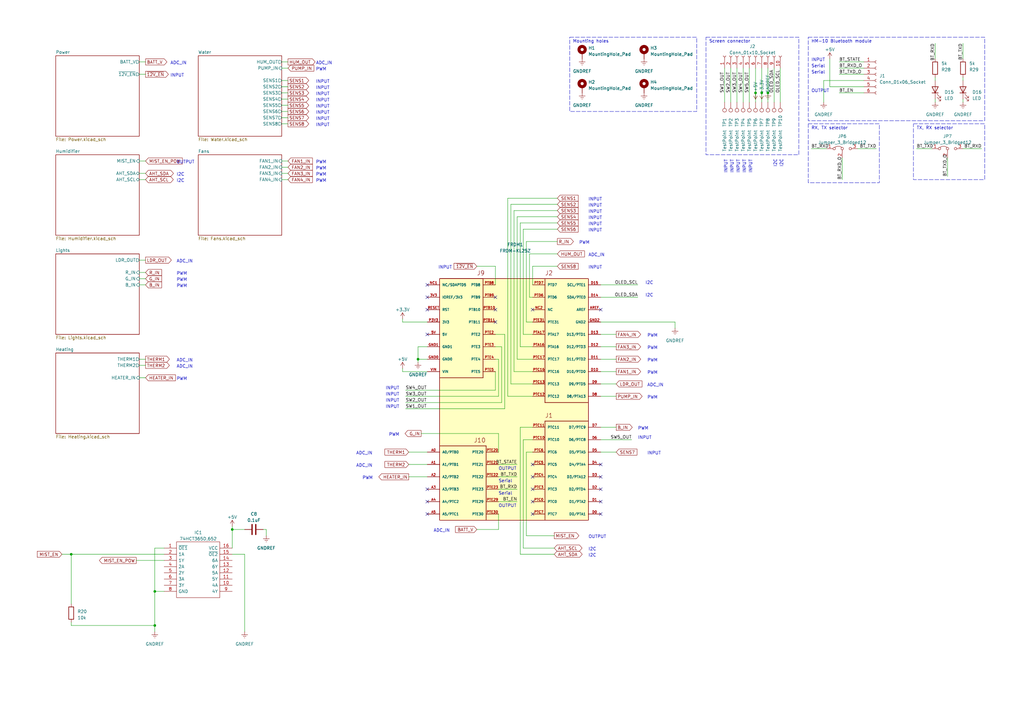
<source format=kicad_sch>
(kicad_sch (version 20230121) (generator eeschema)
  (paper "A3")
  (title_block (title "Greenhouse project FRDM-KL35Z hat") (date "2023-02-18") (rev "v1.0") (company "OnlyPlants") (comment 1 "Author: Emiel Visser"))
  (lib_symbols
    (symbol "+5V_1" (power) (pin_names (offset 0))
      (property "Value" "+5V_1" (at 0 3.556 0))
      (symbol "+5V_1_1_1"
        (pin power_in line (at 0 0 90) (length 0) hide (name "+5V") (number "1"))
      )
    )
    (symbol "Connector:Conn_01x06_Socket" (pin_names (offset 1.016) hide)
      (property "Reference" "J" (at 0 7.62 0))
      (property "Value" "Conn_01x06_Socket" (at 0 -10.16 0))
      (symbol "Conn_01x06_Socket_1_1"
        (pin passive line (at -5.08 5.08 0) (length 3.81) (name "Pin_1") (number "1"))
        (pin passive line (at -5.08 2.54 0) (length 3.81) (name "Pin_2") (number "2"))
        (pin passive line (at -5.08 0 0) (length 3.81) (name "Pin_3") (number "3"))
        (pin passive line (at -5.08 -2.54 0) (length 3.81) (name "Pin_4") (number "4"))
        (pin passive line (at -5.08 -5.08 0) (length 3.81) (name "Pin_5") (number "5"))
        (pin passive line (at -5.08 -7.62 0) (length 3.81) (name "Pin_6") (number "6"))
      )
    )
    (symbol "Connector:Conn_01x10_Socket" (pin_names (offset 1.016) hide)
      (property "Reference" "J" (at 0 12.7 0))
      (property "Value" "Conn_01x10_Socket" (at 0 -15.24 0))
      (symbol "Conn_01x10_Socket_1_1"
        (pin passive line (at -5.08 10.16 0) (length 3.81) (name "Pin_1") (number "1"))
        (pin passive line (at -5.08 -12.7 0) (length 3.81) (name "Pin_10") (number "10"))
        (pin passive line (at -5.08 7.62 0) (length 3.81) (name "Pin_2") (number "2"))
        (pin passive line (at -5.08 5.08 0) (length 3.81) (name "Pin_3") (number "3"))
        (pin passive line (at -5.08 2.54 0) (length 3.81) (name "Pin_4") (number "4"))
        (pin passive line (at -5.08 0 0) (length 3.81) (name "Pin_5") (number "5"))
        (pin passive line (at -5.08 -2.54 0) (length 3.81) (name "Pin_6") (number "6"))
        (pin passive line (at -5.08 -5.08 0) (length 3.81) (name "Pin_7") (number "7"))
        (pin passive line (at -5.08 -7.62 0) (length 3.81) (name "Pin_8") (number "8"))
        (pin passive line (at -5.08 -10.16 0) (length 3.81) (name "Pin_9") (number "9"))
      )
    )
    (symbol "Connector:TestPoint" (pin_numbers hide) (pin_names (offset 0.762) hide)
      (property "Reference" "TP" (at 0 6.858 0))
      (property "Value" "TestPoint" (at 0 5.08 0))
      (symbol "TestPoint_1_1"
        (pin passive line (at 0 0 90) (length 2.54) (name "1") (number "1"))
      )
    )
    (symbol "Device:C" (pin_numbers hide) (pin_names (offset 0.254))
      (property "Reference" "C" (at 0.635 2.54 0))
      (property "Value" "C" (at 0.635 -2.54 0))
      (symbol "C_1_1"
        (pin passive line (at 0 3.81 270) (length 2.794) (name "~") (number "1"))
        (pin passive line (at 0 -3.81 90) (length 2.794) (name "~") (number "2"))
      )
    )
    (symbol "Device:LED" (pin_numbers hide) (pin_names (offset 1.016) hide)
      (property "Reference" "D" (at 0 2.54 0))
      (property "Value" "LED" (at 0 -2.54 0))
      (symbol "LED_1_1"
        (pin passive line (at -3.81 0 0) (length 2.54) (name "K") (number "1"))
        (pin passive line (at 3.81 0 180) (length 2.54) (name "A") (number "2"))
      )
    )
    (symbol "Device:R" (pin_numbers hide) (pin_names (offset 0))
      (property "Reference" "R" (at 2.032 0 90))
      (property "Value" "R" (at 0 0 90))
      (symbol "R_1_1"
        (pin passive line (at 0 3.81 270) (length 1.27) (name "~") (number "1"))
        (pin passive line (at 0 -3.81 90) (length 1.27) (name "~") (number "2"))
      )
    )
    (symbol "FRDM-KL25Z:FRDM-KL25Z" (pin_names (offset 1.016))
      (property "Reference" "FRDM1" (at 0.4999 54.61 0))
      (property "Value" "FRDM-KL25Z" (at 0.4999 52.07 0))
      (symbol "FRDM-KL25Z_0_0"
        (text "J1" (at 12.7 -16.51 0) (effects (font (size 1.778 1.778)) (justify left bottom)))
        (text "J10" (at -16.51 -26.67 0) (effects (font (size 1.778 1.778)) (justify left bottom)))
        (text "J2" (at 12.7 41.91 0) (effects (font (size 1.778 1.778)) (justify left bottom)))
        (text "J9" (at -15.24 41.91 0) (effects (font (size 1.778 1.778)) (justify left bottom)))
        (pin bidirectional line (at -35.56 33.02 0) (length 5.08) (name "IOREF/3V3") (number "3V3"))
        (pin bidirectional line (at -35.56 17.78 0) (length 5.08) (name "5V") (number "5V"))
        (pin bidirectional line (at -35.56 -30.48 0) (length 5.08) (name "A0/PTB0") (number "A0"))
        (pin bidirectional line (at -35.56 -35.56 0) (length 5.08) (name "A1/PTB1") (number "A1"))
        (pin bidirectional line (at -35.56 -40.64 0) (length 5.08) (name "A2/PTB2") (number "A2"))
        (pin bidirectional line (at -35.56 -45.72 0) (length 5.08) (name "A3/PTB3") (number "A3"))
        (pin bidirectional line (at -35.56 -50.8 0) (length 5.08) (name "A4/PTC2") (number "A4"))
        (pin bidirectional line (at -35.56 -55.88 0) (length 5.08) (name "A5/PTC1") (number "A5"))
        (pin bidirectional line (at 35.56 27.94 180) (length 5.08) (name "AREF") (number "AREF"))
        (pin bidirectional line (at 35.56 -55.88 180) (length 5.08) (name "D0/PTA1") (number "D0"))
        (pin bidirectional line (at 35.56 -50.8 180) (length 5.08) (name "D1/PTA2") (number "D1"))
        (pin bidirectional line (at 35.56 2.54 180) (length 5.08) (name "D10/PTD0") (number "D10"))
        (pin bidirectional line (at 35.56 7.62 180) (length 5.08) (name "D11/PTD2") (number "D11"))
        (pin bidirectional line (at 35.56 12.7 180) (length 5.08) (name "D12/PTD3") (number "D12"))
        (pin bidirectional line (at 35.56 17.78 180) (length 5.08) (name "D13/PTD1") (number "D13"))
        (pin bidirectional line (at 35.56 33.02 180) (length 5.08) (name "SDA/PTE0") (number "D14"))
        (pin bidirectional line (at 35.56 38.1 180) (length 5.08) (name "SCL/PTE1") (number "D15"))
        (pin bidirectional line (at 35.56 -45.72 180) (length 5.08) (name "D2/PTD4") (number "D2"))
        (pin bidirectional line (at 35.56 -40.64 180) (length 5.08) (name "D3/PTA12") (number "D3"))
        (pin bidirectional line (at 35.56 -35.56 180) (length 5.08) (name "D4/PTA4") (number "D4"))
        (pin bidirectional line (at 35.56 -30.48 180) (length 5.08) (name "D5/PTA5") (number "D5"))
        (pin bidirectional line (at 35.56 -25.4 180) (length 5.08) (name "D6/PTC8") (number "D6"))
        (pin bidirectional line (at 35.56 -20.32 180) (length 5.08) (name "D7/PTC9") (number "D7"))
        (pin bidirectional line (at 35.56 -7.62 180) (length 5.08) (name "D8/PTA13") (number "D8"))
        (pin bidirectional line (at 35.56 -2.54 180) (length 5.08) (name "D9/PTD5") (number "D9"))
        (pin bidirectional line (at -35.56 7.62 0) (length 5.08) (name "GND0") (number "GND0"))
        (pin bidirectional line (at -35.56 12.7 0) (length 5.08) (name "GND1") (number "GND1"))
        (pin bidirectional line (at 35.56 22.86 180) (length 5.08) (name "GND2") (number "GND2"))
        (pin bidirectional line (at -35.56 38.1 0) (length 5.08) (name "NC/SDAPTD5") (number "NC1"))
        (pin bidirectional line (at 7.62 27.94 0) (length 5.08) (name "NC") (number "NC2"))
        (pin bidirectional line (at -35.56 22.86 0) (length 5.08) (name "3V3") (number "P3V3"))
        (pin bidirectional line (at 7.62 12.7 0) (length 5.08) (name "PTA16") (number "PTA16"))
        (pin bidirectional line (at 7.62 17.78 0) (length 5.08) (name "PTA17") (number "PTA17"))
        (pin bidirectional line (at -7.62 27.94 180) (length 5.08) (name "PTB10") (number "PTB10"))
        (pin bidirectional line (at -7.62 22.86 180) (length 5.08) (name "PTB11") (number "PTB11"))
        (pin bidirectional line (at -7.62 38.1 180) (length 5.08) (name "PTB8") (number "PTB8"))
        (pin bidirectional line (at -7.62 33.02 180) (length 5.08) (name "PTB9") (number "PTB9"))
        (pin bidirectional line (at 7.62 -50.8 0) (length 5.08) (name "PTC0") (number "PTC0"))
        (pin bidirectional line (at 7.62 -25.4 0) (length 5.08) (name "PTC10") (number "PTC10"))
        (pin bidirectional line (at 7.62 -20.32 0) (length 5.08) (name "PTC11") (number "PTC11"))
        (pin bidirectional line (at 7.62 -7.62 0) (length 5.08) (name "PTC12") (number "PTC12"))
        (pin bidirectional line (at 7.62 -2.54 0) (length 5.08) (name "PTC13") (number "PTC13"))
        (pin bidirectional line (at 7.62 2.54 0) (length 5.08) (name "PTC16") (number "PTC16"))
        (pin bidirectional line (at 7.62 7.62 0) (length 5.08) (name "PTC17") (number "PTC17"))
        (pin bidirectional line (at 7.62 -45.72 0) (length 5.08) (name "PTC3") (number "PTC3"))
        (pin bidirectional line (at 7.62 -40.64 0) (length 5.08) (name "PTC4") (number "PTC4"))
        (pin bidirectional line (at 7.62 -35.56 0) (length 5.08) (name "PTC5") (number "PTC5"))
        (pin bidirectional line (at 7.62 -30.48 0) (length 5.08) (name "PTC6") (number "PTC6"))
        (pin bidirectional line (at 7.62 -55.88 0) (length 5.08) (name "PTC7") (number "PTC7"))
        (pin bidirectional line (at 7.62 33.02 0) (length 5.08) (name "PTD6") (number "PTD6"))
        (pin bidirectional line (at 7.62 38.1 0) (length 5.08) (name "PTD7") (number "PTD7"))
        (pin bidirectional line (at -7.62 17.78 180) (length 5.08) (name "PTE2") (number "PTE2"))
        (pin bidirectional line (at -6.35 -30.48 180) (length 5.08) (name "PTE20") (number "PTE20"))
        (pin bidirectional line (at -6.35 -35.56 180) (length 5.08) (name "PTE21") (number "PTE21"))
        (pin bidirectional line (at -6.35 -40.64 180) (length 5.08) (name "PTE22") (number "PTE22"))
        (pin bidirectional line (at -6.35 -45.72 180) (length 5.08) (name "PTE23") (number "PTE23"))
        (pin bidirectional line (at -6.35 -50.8 180) (length 5.08) (name "PTE29") (number "PTE29"))
        (pin bidirectional line (at -7.62 12.7 180) (length 5.08) (name "PTE3") (number "PTE3"))
        (pin bidirectional line (at -6.35 -55.88 180) (length 5.08) (name "PTE30") (number "PTE30"))
        (pin bidirectional line (at 7.62 22.86 0) (length 5.08) (name "PTE31") (number "PTE31"))
        (pin bidirectional line (at -7.62 7.62 180) (length 5.08) (name "PTE4") (number "PTE4"))
        (pin bidirectional line (at -7.62 2.54 180) (length 5.08) (name "PTE5") (number "PTE5"))
        (pin bidirectional line (at -35.56 27.94 0) (length 5.08) (name "RST") (number "RESET"))
        (pin bidirectional line (at -35.56 2.54 0) (length 5.08) (name "VIN") (number "VIN"))
      )
    )
    (symbol "GNDREF_1" (power) (pin_names (offset 0))
      (property "Value" "GNDREF_1" (at 0 -3.81 0))
      (symbol "GNDREF_1_1_1"
        (pin power_in line (at 0 0 270) (length 0) hide (name "GNDREF") (number "1"))
      )
    )
    (symbol "GNDREF_2" (power) (pin_names (offset 0))
      (property "Value" "GNDREF_2" (at 0 -3.81 0))
      (symbol "GNDREF_2_1_1"
        (pin power_in line (at 0 0 270) (length 0) hide (name "GNDREF") (number "1"))
      )
    )
    (symbol "GNDREF_3" (power) (pin_names (offset 0))
      (property "Value" "GNDREF_3" (at 0 -3.81 0))
      (symbol "GNDREF_3_1_1"
        (pin power_in line (at 0 0 270) (length 0) hide (name "GNDREF") (number "1"))
      )
    )
    (symbol "GNDREF_4" (power) (pin_names (offset 0))
      (property "Value" "GNDREF_4" (at 0 -3.81 0))
      (symbol "GNDREF_4_1_1"
        (pin power_in line (at 0 0 270) (length 0) hide (name "GNDREF") (number "1"))
      )
    )
    (symbol "Jumper:Jumper_3_Bridged12" (pin_names (offset 0) hide)
      (property "Reference" "JP" (at -2.54 -2.54 0))
      (property "Value" "Jumper_3_Bridged12" (at 0 2.794 0))
      (symbol "Jumper_3_Bridged12_1_1"
        (pin passive line (at -6.35 0 0) (length 2.54) (name "A") (number "1"))
        (pin passive line (at 0 -3.81 90) (length 2.54) (name "C") (number "2"))
        (pin passive line (at 6.35 0 180) (length 2.54) (name "B") (number "3"))
      )
    )
    (symbol "Mechanical:MountingHole_Pad" (pin_numbers hide) (pin_names (offset 1.016) hide)
      (property "Reference" "H" (at 0 6.35 0))
      (property "Value" "MountingHole_Pad" (at 0 4.445 0))
      (symbol "MountingHole_Pad_1_1"
        (pin input line (at 0 -2.54 90) (length 2.54) (name "1") (number "1"))
      )
    )
    (symbol "SamacSys_Parts:74HCT365D,652" (pin_names (offset 0.762))
      (property "Reference" "IC" (at 24.13 7.62 0))
      (property "Value" "74HCT365D,652" (at 24.13 5.08 0))
      (symbol "74HCT365D,652_0_0"
        (pin passive line (at 0 0 0) (length 5.08) (name "~{OE1}") (number "1"))
        (pin passive line (at 27.94 -15.24 180) (length 5.08) (name "4A") (number "10"))
        (pin passive line (at 27.94 -12.7 180) (length 5.08) (name "5Y") (number "11"))
        (pin passive line (at 27.94 -10.16 180) (length 5.08) (name "5A") (number "12"))
        (pin passive line (at 27.94 -7.62 180) (length 5.08) (name "6Y") (number "13"))
        (pin passive line (at 27.94 -5.08 180) (length 5.08) (name "6A") (number "14"))
        (pin passive line (at 27.94 -2.54 180) (length 5.08) (name "~{OE2}") (number "15"))
        (pin passive line (at 27.94 0 180) (length 5.08) (name "VCC") (number "16"))
        (pin passive line (at 0 -2.54 0) (length 5.08) (name "1A") (number "2"))
        (pin passive line (at 0 -5.08 0) (length 5.08) (name "1Y") (number "3"))
        (pin passive line (at 0 -7.62 0) (length 5.08) (name "2A") (number "4"))
        (pin passive line (at 0 -10.16 0) (length 5.08) (name "2Y") (number "5"))
        (pin passive line (at 0 -12.7 0) (length 5.08) (name "3A") (number "6"))
        (pin passive line (at 0 -15.24 0) (length 5.08) (name "3Y") (number "7"))
        (pin passive line (at 0 -17.78 0) (length 5.08) (name "GND") (number "8"))
        (pin passive line (at 27.94 -17.78 180) (length 5.08) (name "4Y") (number "9"))
      )
    )
    (symbol "power:+3.3V" (power) (pin_names (offset 0))
      (property "Value" "+3.3V" (at 0 3.556 0))
      (symbol "+3.3V_1_1"
        (pin power_in line (at 0 0 90) (length 0) hide (name "+3.3V") (number "1"))
      )
    )
    (symbol "power:+5V" (power) (pin_names (offset 0))
      (property "Value" "+5V" (at 0 3.556 0))
      (symbol "+5V_1_1"
        (pin power_in line (at 0 0 90) (length 0) hide (name "+5V") (number "1"))
      )
    )
    (symbol "power:GNDREF" (power) (pin_names (offset 0))
      (property "Value" "GNDREF" (at 0 -3.81 0))
      (symbol "GNDREF_1_1"
        (pin power_in line (at 0 0 270) (length 0) hide (name "GNDREF") (number "1"))
      )
    )
  )
  (junction (at 29.21 227.33))
  (junction (at 309.88 38.1))
  (junction (at 63.5 242.57))
  (junction (at 312.42 38.1))
  (junction (at 314.96 38.1))
  (junction (at 171.45 147.32))
  (junction (at 63.5 256.54))
  (junction (at 95.25 217.17))
  (no_connect (at 218.44 190.5))
  (no_connect (at 175.26 137.16))
  (no_connect (at 218.44 210.82))
  (no_connect (at 246.38 190.5))
  (no_connect (at 218.44 205.74))
  (no_connect (at 218.44 127))
  (no_connect (at 246.38 200.66))
  (no_connect (at 218.44 200.66))
  (no_connect (at 246.38 205.74))
  (no_connect (at 218.44 195.58))
  (no_connect (at 246.38 127))
  (no_connect (at 175.26 127))
  (no_connect (at 175.26 121.92))
  (no_connect (at 246.38 195.58))
  (no_connect (at 203.2 127))
  (no_connect (at 175.26 205.74))
  (no_connect (at 203.2 132.08))
  (no_connect (at 175.26 210.82))
  (no_connect (at 175.26 200.66))
  (no_connect (at 246.38 210.82))
  (no_connect (at 203.2 121.92))
  (no_connect (at 175.26 116.84))
  (wire (pts (xy 172.72 177.8) (xy 204.47 177.8)))
  (wire (pts (xy 204.47 205.74) (xy 212.09 205.74)))
  (wire (pts (xy 57.15 149.86) (xy 59.69 149.86)))
  (wire (pts (xy 228.6 88.9) (xy 212.09 88.9)))
  (wire (pts (xy 213.36 91.44) (xy 213.36 142.24)))
  (wire (pts (xy 215.9 99.06) (xy 215.9 132.08)))
  (wire (pts (xy 212.09 190.5) (xy 204.47 190.5)))
  (wire (pts (xy 115.57 25.4) (xy 118.11 25.4)))
  (wire (pts (xy 29.21 227.33) (xy 67.31 227.33)))
  (wire (pts (xy 246.38 180.34) (xy 259.08 180.34)))
  (wire (pts (xy 375.92 60.96) (xy 382.27 60.96)))
  (wire (pts (xy 344.17 38.1) (xy 354.33 38.1)))
  (wire (pts (xy 204.47 177.8) (xy 204.47 185.42)))
  (wire (pts (xy 228.6 83.82) (xy 209.55 83.82)))
  (wire (pts (xy 166.37 162.56) (xy 204.47 162.56)))
  (wire (pts (xy 228.6 104.14) (xy 217.17 104.14)))
  (wire (pts (xy 195.58 217.17) (xy 204.47 217.17)))
  (wire (pts (xy 205.74 142.24) (xy 203.2 142.24)))
  (wire (pts (xy 171.45 147.32) (xy 171.45 142.24)))
  (wire (pts (xy 57.15 73.66) (xy 59.69 73.66)))
  (wire (pts (xy 246.38 116.84) (xy 261.62 116.84)))
  (wire (pts (xy 344.17 27.94) (xy 354.33 27.94)))
  (wire (pts (xy 302.26 27.94) (xy 302.26 41.91)))
  (wire (pts (xy 314.96 41.91) (xy 314.96 38.1)))
  (wire (pts (xy 109.22 217.17) (xy 107.95 217.17)))
  (wire (pts (xy 29.21 256.54) (xy 29.21 255.27)))
  (wire (pts (xy 388.62 64.77) (xy 388.62 72.39)))
  (wire (pts (xy 204.47 147.32) (xy 203.2 147.32)))
  (wire (pts (xy 246.38 142.24) (xy 252.73 142.24)))
  (wire (pts (xy 204.47 200.66) (xy 212.09 200.66)))
  (wire (pts (xy 95.25 217.17) (xy 100.33 217.17)))
  (wire (pts (xy 63.5 242.57) (xy 63.5 256.54)))
  (wire (pts (xy 175.26 147.32) (xy 171.45 147.32)))
  (wire (pts (xy 57.15 116.84) (xy 59.69 116.84)))
  (wire (pts (xy 203.2 160.02) (xy 203.2 152.4)))
  (wire (pts (xy 171.45 148.59) (xy 171.45 147.32)))
  (wire (pts (xy 95.25 227.33) (xy 100.33 227.33)))
  (wire (pts (xy 29.21 227.33) (xy 29.21 247.65)))
  (wire (pts (xy 115.57 43.18) (xy 118.11 43.18)))
  (wire (pts (xy 317.5 27.94) (xy 317.5 41.91)))
  (wire (pts (xy 63.5 259.08) (xy 63.5 256.54)))
  (wire (pts (xy 215.9 219.71) (xy 215.9 185.42)))
  (wire (pts (xy 95.25 215.9) (xy 95.25 217.17)))
  (wire (pts (xy 246.38 185.42) (xy 252.73 185.42)))
  (wire (pts (xy 57.15 106.68) (xy 59.69 106.68)))
  (wire (pts (xy 383.54 40.64) (xy 383.54 41.91)))
  (wire (pts (xy 309.88 38.1) (xy 309.88 41.91)))
  (wire (pts (xy 204.47 217.17) (xy 204.47 210.82)))
  (wire (pts (xy 29.21 256.54) (xy 63.5 256.54)))
  (wire (pts (xy 320.04 27.94) (xy 320.04 41.91)))
  (wire (pts (xy 383.54 17.78) (xy 383.54 24.13)))
  (wire (pts (xy 115.57 27.94) (xy 118.11 27.94)))
  (wire (pts (xy 246.38 121.92) (xy 261.62 121.92)))
  (wire (pts (xy 67.31 224.79) (xy 63.5 224.79)))
  (wire (pts (xy 227.33 224.79) (xy 214.63 224.79)))
  (wire (pts (xy 167.64 195.58) (xy 175.26 195.58)))
  (wire (pts (xy 246.38 157.48) (xy 252.73 157.48)))
  (wire (pts (xy 314.96 27.94) (xy 314.96 38.1)))
  (wire (pts (xy 276.86 132.08) (xy 246.38 132.08)))
  (wire (pts (xy 309.88 27.94) (xy 309.88 38.1)))
  (wire (pts (xy 95.25 217.17) (xy 95.25 224.79)))
  (wire (pts (xy 228.6 86.36) (xy 210.82 86.36)))
  (wire (pts (xy 165.1 130.81) (xy 165.1 132.08)))
  (wire (pts (xy 57.15 71.12) (xy 59.69 71.12)))
  (wire (pts (xy 228.6 81.28) (xy 208.28 81.28)))
  (wire (pts (xy 115.57 33.02) (xy 118.11 33.02)))
  (wire (pts (xy 227.33 227.33) (xy 213.36 227.33)))
  (wire (pts (xy 227.33 219.71) (xy 215.9 219.71)))
  (wire (pts (xy 166.37 160.02) (xy 203.2 160.02)))
  (wire (pts (xy 166.37 167.64) (xy 207.01 167.64)))
  (wire (pts (xy 394.97 17.78) (xy 394.97 24.13)))
  (wire (pts (xy 214.63 224.79) (xy 214.63 180.34)))
  (wire (pts (xy 57.15 25.4) (xy 59.69 25.4)))
  (wire (pts (xy 246.38 162.56) (xy 252.73 162.56)))
  (wire (pts (xy 204.47 162.56) (xy 204.47 147.32)))
  (wire (pts (xy 246.38 147.32) (xy 252.73 147.32)))
  (wire (pts (xy 337.82 33.02) (xy 354.33 33.02)))
  (wire (pts (xy 57.15 30.48) (xy 59.69 30.48)))
  (wire (pts (xy 165.1 151.13) (xy 165.1 152.4)))
  (wire (pts (xy 57.15 66.04) (xy 59.69 66.04)))
  (wire (pts (xy 246.38 137.16) (xy 252.73 137.16)))
  (wire (pts (xy 215.9 185.42) (xy 218.44 185.42)))
  (wire (pts (xy 25.4 227.33) (xy 29.21 227.33)))
  (wire (pts (xy 337.82 41.91) (xy 337.82 33.02)))
  (wire (pts (xy 115.57 66.04) (xy 118.11 66.04)))
  (wire (pts (xy 215.9 132.08) (xy 218.44 132.08)))
  (wire (pts (xy 109.22 219.71) (xy 109.22 217.17)))
  (wire (pts (xy 307.34 27.94) (xy 307.34 41.91)))
  (wire (pts (xy 213.36 175.26) (xy 218.44 175.26)))
  (wire (pts (xy 166.37 165.1) (xy 205.74 165.1)))
  (wire (pts (xy 246.38 175.26) (xy 252.73 175.26)))
  (wire (pts (xy 63.5 224.79) (xy 63.5 242.57)))
  (wire (pts (xy 276.86 134.62) (xy 276.86 132.08)))
  (wire (pts (xy 214.63 93.98) (xy 214.63 137.16)))
  (wire (pts (xy 115.57 45.72) (xy 118.11 45.72)))
  (wire (pts (xy 297.18 27.94) (xy 297.18 41.91)))
  (wire (pts (xy 115.57 35.56) (xy 118.11 35.56)))
  (wire (pts (xy 351.79 60.96) (xy 359.41 60.96)))
  (wire (pts (xy 203.2 109.22) (xy 203.2 116.84)))
  (wire (pts (xy 299.72 27.94) (xy 299.72 41.91)))
  (wire (pts (xy 208.28 162.56) (xy 218.44 162.56)))
  (wire (pts (xy 167.64 185.42) (xy 175.26 185.42)))
  (wire (pts (xy 214.63 180.34) (xy 218.44 180.34)))
  (wire (pts (xy 304.8 27.94) (xy 304.8 41.91)))
  (wire (pts (xy 115.57 38.1) (xy 118.11 38.1)))
  (wire (pts (xy 213.36 142.24) (xy 218.44 142.24)))
  (wire (pts (xy 383.54 31.75) (xy 383.54 33.02)))
  (wire (pts (xy 312.42 41.91) (xy 312.42 38.1)))
  (wire (pts (xy 214.63 137.16) (xy 218.44 137.16)))
  (wire (pts (xy 228.6 99.06) (xy 215.9 99.06)))
  (wire (pts (xy 312.42 27.94) (xy 312.42 38.1)))
  (wire (pts (xy 165.1 132.08) (xy 175.26 132.08)))
  (wire (pts (xy 210.82 152.4) (xy 218.44 152.4)))
  (wire (pts (xy 394.97 60.96) (xy 402.59 60.96)))
  (wire (pts (xy 394.97 40.64) (xy 394.97 41.91)))
  (wire (pts (xy 115.57 68.58) (xy 118.11 68.58)))
  (wire (pts (xy 210.82 86.36) (xy 210.82 152.4)))
  (wire (pts (xy 115.57 73.66) (xy 118.11 73.66)))
  (wire (pts (xy 63.5 242.57) (xy 67.31 242.57)))
  (wire (pts (xy 354.33 35.56) (xy 340.36 35.56)))
  (wire (pts (xy 209.55 83.82) (xy 209.55 157.48)))
  (wire (pts (xy 344.17 25.4) (xy 354.33 25.4)))
  (wire (pts (xy 212.09 147.32) (xy 218.44 147.32)))
  (wire (pts (xy 209.55 157.48) (xy 218.44 157.48)))
  (wire (pts (xy 115.57 50.8) (xy 118.11 50.8)))
  (wire (pts (xy 115.57 40.64) (xy 118.11 40.64)))
  (wire (pts (xy 195.58 109.22) (xy 203.2 109.22)))
  (wire (pts (xy 55.88 229.87) (xy 67.31 229.87)))
  (wire (pts (xy 205.74 165.1) (xy 205.74 142.24)))
  (wire (pts (xy 167.64 190.5) (xy 175.26 190.5)))
  (wire (pts (xy 57.15 147.32) (xy 59.69 147.32)))
  (wire (pts (xy 332.74 60.96) (xy 339.09 60.96)))
  (wire (pts (xy 394.97 31.75) (xy 394.97 33.02)))
  (wire (pts (xy 115.57 48.26) (xy 118.11 48.26)))
  (wire (pts (xy 217.17 104.14) (xy 217.17 121.92)))
  (wire (pts (xy 246.38 152.4) (xy 252.73 152.4)))
  (wire (pts (xy 165.1 152.4) (xy 175.26 152.4)))
  (wire (pts (xy 115.57 71.12) (xy 118.11 71.12)))
  (wire (pts (xy 57.15 111.76) (xy 59.69 111.76)))
  (wire (pts (xy 228.6 91.44) (xy 213.36 91.44)))
  (wire (pts (xy 218.44 109.22) (xy 218.44 116.84)))
  (wire (pts (xy 207.01 137.16) (xy 203.2 137.16)))
  (wire (pts (xy 213.36 227.33) (xy 213.36 175.26)))
  (wire (pts (xy 345.44 73.66) (xy 345.44 64.77)))
  (wire (pts (xy 208.28 81.28) (xy 208.28 162.56)))
  (wire (pts (xy 218.44 109.22) (xy 228.6 109.22)))
  (wire (pts (xy 57.15 154.94) (xy 59.69 154.94)))
  (wire (pts (xy 344.17 30.48) (xy 354.33 30.48)))
  (wire (pts (xy 207.01 167.64) (xy 207.01 137.16)))
  (wire (pts (xy 100.33 227.33) (xy 100.33 259.08)))
  (wire (pts (xy 57.15 114.3) (xy 59.69 114.3)))
  (wire (pts (xy 340.36 24.13) (xy 340.36 35.56)))
  (wire (pts (xy 228.6 93.98) (xy 214.63 93.98)))
  (wire (pts (xy 217.17 121.92) (xy 218.44 121.92)))
  (wire (pts (xy 212.09 88.9) (xy 212.09 147.32)))
  (wire (pts (xy 204.47 195.58) (xy 212.09 195.58)))
  (wire (pts (xy 171.45 142.24) (xy 175.26 142.24)))
  (rectangle (start 289.56 15.24) (end 327.66 63.5) (stroke (width 0) (type dash)))
  (rectangle (start 374.65 50.8) (end 403.86 73.66) (stroke (width 0) (type dash)))
  (rectangle (start 331.47 50.8) (end 360.68 74.93) (stroke (width 0) (type dash)))
  (rectangle (start 331.47 15.24) (end 403.86 49.53) (stroke (width 0) (type dash)))
  (rectangle (start 233.68 15.24) (end 285.75 45.72) (stroke (width 0) (type dash)))
  (text "INPUT" (at 69.85 31.75 0) (effects (font (size 1.27 1.27)) (justify left bottom)))
  (text "I2C" (at 241.3 226.06 0) (effects (font (size 1.27 1.27)) (justify left bottom)))
  (text "ADC_IN" (at 72.39 107.95 0) (effects (font (size 1.27 1.27)) (justify left bottom)))
  (text "INPUT" (at 241.3 82.55 0) (effects (font (size 1.27 1.27)) (justify left bottom)))
  (text "ADC_IN" (at 72.39 151.13 0) (effects (font (size 1.27 1.27)) (justify left bottom)))
  (text "INPUT" (at 332.74 25.4 0) (effects (font (size 1.27 1.27)) (justify left bottom)))
  (text "ADC_IN" (at 129.54 26.67 0) (effects (font (size 1.27 1.27)) (justify left bottom)))
  (text "PWM" (at 265.43 148.59 0) (effects (font (size 1.27 1.27)) (justify left bottom)))
  (text "OUTPUT" (at 241.3 220.98 0) (effects (font (size 1.27 1.27)) (justify left bottom)))
  (text "I2C" (at 267.97 121.92 0) (effects (font (size 1.27 1.27)) (justify right bottom)))
  (text "INPUT" (at 306.07 71.12 90) (effects (font (size 1.27 1.27)) (justify left bottom)))
  (text "INPUT" (at 241.3 85.09 0) (effects (font (size 1.27 1.27)) (justify left bottom)))
  (text "TX, RX selector" (at 375.92 53.34 0) (effects (font (size 1.27 1.27)) (justify left bottom)))
  (text "INPUT" (at 241.3 110.49 0) (effects (font (size 1.27 1.27)) (justify left bottom)))
  (text "I2C" (at 321.31 68.58 90) (effects (font (size 1.27 1.27)) (justify left bottom)))
  (text "PWM" (at 72.39 156.21 0) (effects (font (size 1.27 1.27)) (justify left bottom)))
  (text "PWM" (at 265.43 163.83 0) (effects (font (size 1.27 1.27)) (justify left bottom)))
  (text "ADC_IN" (at 146.05 186.69 0) (effects (font (size 1.27 1.27)) (justify left bottom)))
  (text "INPUT" (at 129.54 46.99 0) (effects (font (size 1.27 1.27)) (justify left bottom)))
  (text "Screen connector" (at 290.83 17.78 0) (effects (font (size 1.27 1.27)) (justify left bottom)))
  (text "PWM" (at 72.39 118.11 0) (effects (font (size 1.27 1.27)) (justify left bottom)))
  (text "INPUT" (at 300.99 71.12 90) (effects (font (size 1.27 1.27)) (justify left bottom)))
  (text "INPUT" (at 241.3 92.71 0) (effects (font (size 1.27 1.27)) (justify left bottom)))
  (text "I2C" (at 318.77 68.58 90) (effects (font (size 1.27 1.27)) (justify left bottom)))
  (text "INPUT" (at 163.83 162.56 0) (effects (font (size 1.27 1.27)) (justify right bottom)))
  (text "PWM" (at 265.43 153.67 0) (effects (font (size 1.27 1.27)) (justify left bottom)))
  (text "PWM" (at 148.59 196.85 0) (effects (font (size 1.27 1.27)) (justify left bottom)))
  (text "I2C" (at 72.39 72.39 0) (effects (font (size 1.27 1.27)) (justify left bottom)))
  (text "OUTPUT" (at 204.47 208.28 0) (effects (font (size 1.27 1.27)) (justify left bottom)))
  (text "PWM" (at 129.54 67.31 0) (effects (font (size 1.27 1.27)) (justify left bottom)))
  (text "INPUT" (at 265.43 186.69 0) (effects (font (size 1.27 1.27)) (justify left bottom)))
  (text "INPUT" (at 308.61 71.12 90) (effects (font (size 1.27 1.27)) (justify left bottom)))
  (text "ADC_IN" (at 72.39 148.59 0) (effects (font (size 1.27 1.27)) (justify left bottom)))
  (text "PWM" (at 129.54 29.21 0) (effects (font (size 1.27 1.27)) (justify left bottom)))
  (text "ADC_IN" (at 177.8 218.44 0) (effects (font (size 1.27 1.27)) (justify left bottom)))
  (text "INPUT" (at 129.54 41.91 0) (effects (font (size 1.27 1.27)) (justify left bottom)))
  (text "PWM" (at 72.39 115.57 0) (effects (font (size 1.27 1.27)) (justify left bottom)))
  (text "PWM" (at 261.62 176.53 0) (effects (font (size 1.27 1.27)) (justify left bottom)))
  (text "PWM" (at 265.43 138.43 0) (effects (font (size 1.27 1.27)) (justify left bottom)))
  (text "I2C" (at 241.3 228.6 0) (effects (font (size 1.27 1.27)) (justify left bottom)))
  (text "INPUT" (at 129.54 34.29 0) (effects (font (size 1.27 1.27)) (justify left bottom)))
  (text "Serial" (at 332.74 27.94 0) (effects (font (size 1.27 1.27)) (justify left bottom)))
  (text "Serial" (at 204.47 203.2 0) (effects (font (size 1.27 1.27)) (justify left bottom)))
  (text "Mounting holes" (at 234.95 17.78 0) (effects (font (size 1.27 1.27)) (justify left bottom)))
  (text "INPUT" (at 129.54 36.83 0) (effects (font (size 1.27 1.27)) (justify left bottom)))
  (text "Serial" (at 204.47 198.12 0) (effects (font (size 1.27 1.27)) (justify left bottom)))
  (text "PWM" (at 163.83 179.07 0) (effects (font (size 1.27 1.27)) (justify right bottom)))
  (text "OUTPUT" (at 332.74 38.1 0) (effects (font (size 1.27 1.27)) (justify left bottom)))
  (text "INPUT" (at 163.83 167.64 0) (effects (font (size 1.27 1.27)) (justify right bottom)))
  (text "ADC_IN" (at 146.05 191.77 0) (effects (font (size 1.27 1.27)) (justify left bottom)))
  (text "PWM" (at 129.54 72.39 0) (effects (font (size 1.27 1.27)) (justify left bottom)))
  (text "HM-10 Bluetooth module" (at 332.74 17.78 0) (effects (font (size 1.27 1.27)) (justify left bottom)))
  (text "Serial" (at 332.74 30.48 0) (effects (font (size 1.27 1.27)) (justify left bottom)))
  (text "PWM" (at 237.49 100.33 0) (effects (font (size 1.27 1.27)) (justify left bottom)))
  (text "ADC_IN" (at 265.43 158.75 0) (effects (font (size 1.27 1.27)) (justify left bottom)))
  (text "INPUT" (at 163.83 165.1 0) (effects (font (size 1.27 1.27)) (justify right bottom)))
  (text "INPUT" (at 241.3 95.25 0) (effects (font (size 1.27 1.27)) (justify left bottom)))
  (text "RX, TX selector" (at 332.74 53.34 0) (effects (font (size 1.27 1.27)) (justify left bottom)))
  (text "ADC_IN" (at 69.85 26.67 0) (effects (font (size 1.27 1.27)) (justify left bottom)))
  (text "PWM" (at 129.54 74.93 0) (effects (font (size 1.27 1.27)) (justify left bottom)))
  (text "INPUT" (at 303.53 71.12 90) (effects (font (size 1.27 1.27)) (justify left bottom)))
  (text "I2C" (at 267.97 116.84 0) (effects (font (size 1.27 1.27)) (justify right bottom)))
  (text "INPUT" (at 241.3 90.17 0) (effects (font (size 1.27 1.27)) (justify left bottom)))
  (text "INPUT" (at 129.54 39.37 0) (effects (font (size 1.27 1.27)) (justify left bottom)))
  (text "INPUT" (at 129.54 52.07 0) (effects (font (size 1.27 1.27)) (justify left bottom)))
  (text "INPUT" (at 241.3 87.63 0) (effects (font (size 1.27 1.27)) (justify left bottom)))
  (text "INPUT" (at 185.42 110.49 0) (effects (font (size 1.27 1.27)) (justify right bottom)))
  (text "INPUT" (at 298.45 71.12 90) (effects (font (size 1.27 1.27)) (justify left bottom)))
  (text "ADC_IN" (at 241.3 105.41 0) (effects (font (size 1.27 1.27)) (justify left bottom)))
  (text "INPUT" (at 129.54 44.45 0) (effects (font (size 1.27 1.27)) (justify left bottom)))
  (text "I2C" (at 72.39 74.93 0) (effects (font (size 1.27 1.27)) (justify left bottom)))
  (text "PWM" (at 72.39 113.03 0) (effects (font (size 1.27 1.27)) (justify left bottom)))
  (text "INPUT" (at 261.62 180.34 0) (effects (font (size 1.27 1.27)) (justify left bottom)))
  (text "PWM" (at 129.54 69.85 0) (effects (font (size 1.27 1.27)) (justify left bottom)))
  (text "INPUT" (at 129.54 49.53 0) (effects (font (size 1.27 1.27)) (justify left bottom)))
  (text "OUTPUT" (at 72.39 67.31 0) (effects (font (size 1.27 1.27)) (justify left bottom)))
  (text "INPUT" (at 163.83 160.02 0) (effects (font (size 1.27 1.27)) (justify right bottom)))
  (text "OUTPUT" (at 204.47 193.04 0) (effects (font (size 1.27 1.27)) (justify left bottom)))
  (text "PWM" (at 265.43 143.51 0) (effects (font (size 1.27 1.27)) (justify left bottom)))
  (label "BT_RXD" (at 332.74 60.96 0))
  (label "BT_EN" (at 212.09 205.74 180))
  (label "SW1_OUT" (at 297.18 38.1 90))
  (label "BT_STATE" (at 344.17 25.4 0))
  (label "SW5_OUT" (at 259.08 180.34 180))
  (label "SW3_OUT" (at 166.37 162.56 0))
  (label "BT_TXD" (at 359.41 60.96 180))
  (label "BT_STATE" (at 212.09 190.5 180))
  (label "SW1_OUT" (at 166.37 167.64 0))
  (label "SW2_OUT" (at 299.72 38.1 90))
  (label "OLED_SDA" (at 317.5 38.1 90))
  (label "OLED_SCL" (at 320.04 38.1 90))
  (label "BT_RXD" (at 402.59 60.96 180))
  (label "OLED_SDA" (at 261.62 121.92 180))
  (label "BT_EN" (at 344.17 38.1 0))
  (label "SW4_OUT" (at 304.8 38.1 90))
  (label "BT_TXD" (at 212.09 195.58 180))
  (label "SW4_OUT" (at 166.37 160.02 0))
  (label "SW2_OUT" (at 166.37 165.1 0))
  (label "SW3_OUT" (at 302.26 38.1 90))
  (label "BT_TXD_O" (at 388.62 72.39 90))
  (label "OLED_SCL" (at 261.62 116.84 180))
  (label "SW5_OUT" (at 307.34 38.1 90))
  (label "BT_RXD_O" (at 345.44 73.66 90))
  (label "BT_RXD_O" (at 344.17 27.94 0))
  (label "BT_RXD" (at 383.54 17.78 270))
  (label "BT_TXD_O" (at 344.17 30.48 0))
  (label "BT_TXD" (at 375.92 60.96 0))
  (label "BT_RXD" (at 212.09 200.66 180))
  (label "BT_TXD" (at 394.97 17.78 270))
  (global_label "R_IN" (shape input) (at 59.69 111.76 0) (property "Intersheetrefs" "${INTERSHEET_REFS}" (effects hide)))
  (global_label "~{12V_EN}" (shape input) (at 195.58 109.22 180) (property "Intersheetrefs" "${INTERSHEET_REFS}" (effects hide)))
  (global_label "R_IN" (shape output) (at 228.6 99.06 0) (property "Intersheetrefs" "${INTERSHEET_REFS}" (effects hide)))
  (global_label "PUMP_IN" (shape input) (at 118.11 27.94 0) (property "Intersheetrefs" "${INTERSHEET_REFS}" (effects hide)))
  (global_label "HEATER_IN" (shape output) (at 167.64 195.58 180) (property "Intersheetrefs" "${INTERSHEET_REFS}" (effects hide)))
  (global_label "MIST_EN" (shape input) (at 25.4 227.33 180) (property "Intersheetrefs" "${INTERSHEET_REFS}" (effects hide)))
  (global_label "MIST_EN_POW" (shape output) (at 55.88 229.87 180) (property "Intersheetrefs" "${INTERSHEET_REFS}" (effects hide)))
  (global_label "FAN1_IN" (shape input) (at 118.11 66.04 0) (property "Intersheetrefs" "${INTERSHEET_REFS}" (effects hide)))
  (global_label "HUM_OUT" (shape input) (at 228.6 104.14 0) (property "Intersheetrefs" "${INTERSHEET_REFS}" (effects hide)))
  (global_label "AHT_SDA" (shape bidirectional) (at 59.69 71.12 0) (property "Intersheetrefs" "${INTERSHEET_REFS}" (effects hide)))
  (global_label "~{12V_EN}" (shape output) (at 59.69 30.48 0) (property "Intersheetrefs" "${INTERSHEET_REFS}" (effects hide)))
  (global_label "MIST_EN" (shape output) (at 227.33 219.71 0) (property "Intersheetrefs" "${INTERSHEET_REFS}" (effects hide)))
  (global_label "SENS4" (shape output) (at 118.11 40.64 0) (property "Intersheetrefs" "${INTERSHEET_REFS}" (effects hide)))
  (global_label "SENS6" (shape output) (at 118.11 45.72 0) (property "Intersheetrefs" "${INTERSHEET_REFS}" (effects hide)))
  (global_label "SENS6" (shape input) (at 228.6 93.98 0) (property "Intersheetrefs" "${INTERSHEET_REFS}" (effects hide)))
  (global_label "SENS1" (shape output) (at 118.11 33.02 0) (property "Intersheetrefs" "${INTERSHEET_REFS}" (effects hide)))
  (global_label "HUM_OUT" (shape output) (at 118.11 25.4 0) (property "Intersheetrefs" "${INTERSHEET_REFS}" (effects hide)))
  (global_label "SENS4" (shape input) (at 228.6 88.9 0) (property "Intersheetrefs" "${INTERSHEET_REFS}" (effects hide)))
  (global_label "AHT_SDA" (shape bidirectional) (at 227.33 227.33 0) (property "Intersheetrefs" "${INTERSHEET_REFS}" (effects hide)))
  (global_label "BATT_V" (shape input) (at 195.58 217.17 180) (property "Intersheetrefs" "${INTERSHEET_REFS}" (effects hide)))
  (global_label "MIST_EN_POW" (shape input) (at 59.69 66.04 0) (property "Intersheetrefs" "${INTERSHEET_REFS}" (effects hide)))
  (global_label "FAN2_IN" (shape output) (at 252.73 147.32 0) (property "Intersheetrefs" "${INTERSHEET_REFS}" (effects hide)))
  (global_label "FAN1_IN" (shape output) (at 252.73 152.4 0) (property "Intersheetrefs" "${INTERSHEET_REFS}" (effects hide)))
  (global_label "SENS1" (shape input) (at 228.6 81.28 0) (property "Intersheetrefs" "${INTERSHEET_REFS}" (effects hide)))
  (global_label "SENS7" (shape input) (at 252.73 185.42 0) (property "Intersheetrefs" "${INTERSHEET_REFS}" (effects hide)))
  (global_label "THERM2" (shape input) (at 167.64 190.5 180) (property "Intersheetrefs" "${INTERSHEET_REFS}" (effects hide)))
  (global_label "BATT_V" (shape output) (at 59.69 25.4 0) (property "Intersheetrefs" "${INTERSHEET_REFS}" (effects hide)))
  (global_label "FAN3_IN" (shape output) (at 252.73 142.24 0) (property "Intersheetrefs" "${INTERSHEET_REFS}" (effects hide)))
  (global_label "SENS3" (shape input) (at 228.6 86.36 0) (property "Intersheetrefs" "${INTERSHEET_REFS}" (effects hide)))
  (global_label "LDR_OUT" (shape input) (at 252.73 157.48 0) (property "Intersheetrefs" "${INTERSHEET_REFS}" (effects hide)))
  (global_label "B_IN" (shape output) (at 252.73 175.26 0) (property "Intersheetrefs" "${INTERSHEET_REFS}" (effects hide)))
  (global_label "PUMP_IN" (shape output) (at 252.73 162.56 0) (property "Intersheetrefs" "${INTERSHEET_REFS}" (effects hide)))
  (global_label "THERM1" (shape output) (at 59.69 147.32 0) (property "Intersheetrefs" "${INTERSHEET_REFS}" (effects hide)))
  (global_label "G_IN" (shape output) (at 172.72 177.8 180) (property "Intersheetrefs" "${INTERSHEET_REFS}" (effects hide)))
  (global_label "HEATER_IN" (shape input) (at 59.69 154.94 0) (property "Intersheetrefs" "${INTERSHEET_REFS}" (effects hide)))
  (global_label "THERM2" (shape output) (at 59.69 149.86 0) (property "Intersheetrefs" "${INTERSHEET_REFS}" (effects hide)))
  (global_label "FAN4_IN" (shape input) (at 118.11 73.66 0) (property "Intersheetrefs" "${INTERSHEET_REFS}" (effects hide)))
  (global_label "SENS5" (shape output) (at 118.11 43.18 0) (property "Intersheetrefs" "${INTERSHEET_REFS}" (effects hide)))
  (global_label "FAN3_IN" (shape input) (at 118.11 71.12 0) (property "Intersheetrefs" "${INTERSHEET_REFS}" (effects hide)))
  (global_label "AHT_SCL" (shape bidirectional) (at 227.33 224.79 0) (property "Intersheetrefs" "${INTERSHEET_REFS}" (effects hide)))
  (global_label "G_IN" (shape input) (at 59.69 114.3 0) (property "Intersheetrefs" "${INTERSHEET_REFS}" (effects hide)))
  (global_label "SENS7" (shape output) (at 118.11 48.26 0) (property "Intersheetrefs" "${INTERSHEET_REFS}" (effects hide)))
  (global_label "SENS3" (shape output) (at 118.11 38.1 0) (property "Intersheetrefs" "${INTERSHEET_REFS}" (effects hide)))
  (global_label "SENS8" (shape output) (at 118.11 50.8 0) (property "Intersheetrefs" "${INTERSHEET_REFS}" (effects hide)))
  (global_label "FAN4_IN" (shape output) (at 252.73 137.16 0) (property "Intersheetrefs" "${INTERSHEET_REFS}" (effects hide)))
  (global_label "FAN2_IN" (shape input) (at 118.11 68.58 0) (property "Intersheetrefs" "${INTERSHEET_REFS}" (effects hide)))
  (global_label "SENS2" (shape input) (at 228.6 83.82 0) (property "Intersheetrefs" "${INTERSHEET_REFS}" (effects hide)))
  (global_label "SENS2" (shape output) (at 118.11 35.56 0) (property "Intersheetrefs" "${INTERSHEET_REFS}" (effects hide)))
  (global_label "THERM1" (shape input) (at 167.64 185.42 180) (property "Intersheetrefs" "${INTERSHEET_REFS}" (effects hide)))
  (global_label "AHT_SCL" (shape bidirectional) (at 59.69 73.66 0) (property "Intersheetrefs" "${INTERSHEET_REFS}" (effects hide)))
  (global_label "LDR_OUT" (shape output) (at 59.69 106.68 0) (property "Intersheetrefs" "${INTERSHEET_REFS}" (effects hide)))
  (global_label "SENS8" (shape input) (at 228.6 109.22 0) (property "Intersheetrefs" "${INTERSHEET_REFS}" (effects hide)))
  (global_label "B_IN" (shape input) (at 59.69 116.84 0) (property "Intersheetrefs" "${INTERSHEET_REFS}" (effects hide)))
  (global_label "SENS5" (shape input) (at 228.6 91.44 0) (property "Intersheetrefs" "${INTERSHEET_REFS}" (effects hide)))
  (symbol (lib_name "GNDREF_4") (lib_id "power:GNDREF") (at 109.22 219.71 0) (unit 1)
    (property "Reference" "#PWR081" (effects hide))
    (property "Value" "GNDREF" (at 109.22 224.79 0))
  )
  (symbol (lib_id "power:+5V") (at 340.36 24.13 0) (unit 1)
    (property "Reference" "#PWR02" (effects hide))
    (property "Value" "+5V" (at 340.36 20.32 0))
  )
  (symbol (lib_id "Mechanical:MountingHole_Pad") (at 238.76 21.59 0) (unit 1)
    (property "Reference" "H1" (at 241.3 19.685 0) (effects (justify left)))
    (property "Value" "MountingHole_Pad" (at 241.3 22.225 0) (effects (justify left)))
    (property "Footprint" "MountingHole:MountingHole_3.2mm_M3_Pad_Via" (effects hide))
  )
  (symbol (lib_id "Connector:TestPoint") (at 309.88 41.91 180) (unit 1)
    (property "Reference" "TP6" (at 309.88 52.07 90) (effects (justify right)))
    (property "Value" "TestPoint" (at 309.88 62.23 90) (effects (justify right)))
    (property "Footprint" "TestPoint:TestPoint_Pad_D2.0mm" (effects hide))
  )
  (symbol (lib_id "Device:R") (at 383.54 27.94 0) (mirror x) (unit 1)
    (property "Reference" "R28" (at 386.08 28.575 0) (effects (justify left)))
    (property "Value" "5k" (at 386.08 26.035 0) (effects (justify left)))
    (property "Footprint" "Resistor_SMD:R_1206_3216Metric_Pad1.30x1.75mm_HandSolder" (effects hide))
  )
  (symbol (lib_id "Connector:TestPoint") (at 320.04 41.91 180) (unit 1)
    (property "Reference" "TP10" (at 320.04 52.07 90) (effects (justify right)))
    (property "Value" "TestPoint" (at 320.04 62.23 90) (effects (justify right)))
    (property "Footprint" "TestPoint:TestPoint_Pad_D2.0mm" (effects hide))
  )
  (symbol (lib_id "power:+3.3V") (at 312.42 38.1 180) (unit 1)
    (property "Reference" "#PWR04" (effects hide))
    (property "Value" "+3.3V" (at 312.42 35.56 90))
  )
  (symbol (lib_id "power:GNDREF") (at 314.96 38.1 0) (unit 1)
    (property "Reference" "#PWR05" (effects hide))
    (property "Value" "GNDREF" (at 314.96 34.29 90))
  )
  (symbol (lib_id "Connector:TestPoint") (at 304.8 41.91 180) (unit 1)
    (property "Reference" "TP4" (at 304.8 52.07 90) (effects (justify right)))
    (property "Value" "TestPoint" (at 304.8 62.23 90) (effects (justify right)))
    (property "Footprint" "TestPoint:TestPoint_Pad_D2.0mm" (effects hide))
  )
  (symbol (lib_id "Device:R") (at 394.97 27.94 0) (mirror x) (unit 1)
    (property "Reference" "R29" (at 397.51 28.575 0) (effects (justify left)))
    (property "Value" "5k" (at 397.51 26.035 0) (effects (justify left)))
    (property "Footprint" "Resistor_SMD:R_1206_3216Metric_Pad1.30x1.75mm_HandSolder" (effects hide))
  )
  (symbol (lib_id "Jumper:Jumper_3_Bridged12") (at 388.62 60.96 0) (unit 1)
    (property "Reference" "JP7" (at 388.62 55.88 0))
    (property "Value" "Jumper_3_Bridged12" (at 388.62 58.42 0))
    (property "Footprint" "Jumper:SolderJumper-3_P1.3mm_Bridged2Bar12_RoundedPad1.0x1.5mm_NumberLabels" (effects hide))
  )
  (symbol (lib_id "FRDM-KL25Z:FRDM-KL25Z") (at 210.82 154.94 0) (unit 1)
    (property "Reference" "FRDM1" (at 211.3199 100.33 0))
    (property "Value" "FRDM-KL25Z" (at 211.3199 102.87 0))
    (property "Footprint" "FRDM-KL25Z:FRDM_KL25Z_NORMAL" (effects hide))
  )
  (symbol (lib_id "Connector:Conn_01x10_Socket") (at 307.34 22.86 90) (unit 1)
    (property "Reference" "J2" (at 308.61 19.05 90))
    (property "Value" "Conn_01x10_Socket" (at 308.61 21.59 90))
    (property "Footprint" "Connector_IDC:IDC-Header_2x05_P2.54mm_Vertical" (effects hide))
  )
  (symbol (lib_name "GNDREF_1") (lib_id "power:GNDREF") (at 238.76 24.13 0) (unit 1)
    (property "Reference" "#PWR06" (effects hide))
    (property "Value" "GNDREF" (at 238.76 29.21 0))
  )
  (symbol (lib_id "Connector:TestPoint") (at 299.72 41.91 180) (unit 1)
    (property "Reference" "TP2" (at 299.72 52.07 90) (effects (justify right)))
    (property "Value" "TestPoint" (at 299.72 62.23 90) (effects (justify right)))
    (property "Footprint" "TestPoint:TestPoint_Pad_D2.0mm" (effects hide))
  )
  (symbol (lib_id "Device:LED") (at 383.54 36.83 90) (unit 1)
    (property "Reference" "D15" (at 387.35 37.7825 90) (effects (justify right)))
    (property "Value" "LED" (at 387.35 40.3225 90) (effects (justify right)))
    (property "Footprint" "LED_SMD:LED_1206_3216Metric_Pad1.42x1.75mm_HandSolder" (effects hide))
  )
  (symbol (lib_name "GNDREF_4") (lib_id "power:GNDREF") (at 63.5 259.08 0) (unit 1)
    (property "Reference" "#PWR083" (effects hide))
    (property "Value" "GNDREF" (at 63.5 264.16 0))
  )
  (symbol (lib_name "+5V_1") (lib_id "power:+5V") (at 309.88 38.1 180) (unit 1)
    (property "Reference" "#PWR03" (effects hide))
    (property "Value" "+5V" (at 309.88 35.56 90))
  )
  (symbol (lib_name "GNDREF_4") (lib_id "power:GNDREF") (at 100.33 259.08 0) (unit 1)
    (property "Reference" "#PWR086" (effects hide))
    (property "Value" "GNDREF" (at 100.33 264.16 0))
  )
  (symbol (lib_id "Device:C") (at 104.14 217.17 270) (unit 1)
    (property "Reference" "C8" (at 104.14 210.82 90))
    (property "Value" "0.1uF" (at 104.14 213.36 90))
    (property "Footprint" "Capacitor_SMD:C_1206_3216Metric_Pad1.33x1.80mm_HandSolder" (effects hide))
  )
  (symbol (lib_name "GNDREF_3") (lib_id "power:GNDREF") (at 337.82 41.91 0) (unit 1)
    (property "Reference" "#PWR01" (effects hide))
    (property "Value" "GNDREF" (at 337.82 46.99 0))
  )
  (symbol (lib_id "Jumper:Jumper_3_Bridged12") (at 345.44 60.96 0) (unit 1)
    (property "Reference" "JP6" (at 345.44 55.88 0))
    (property "Value" "Jumper_3_Bridged12" (at 345.44 58.42 0))
    (property "Footprint" "Jumper:SolderJumper-3_P1.3mm_Bridged2Bar12_RoundedPad1.0x1.5mm_NumberLabels" (effects hide))
  )
  (symbol (lib_id "SamacSys_Parts:74HCT365D,652") (at 67.31 224.79 0) (unit 1)
    (property "Reference" "IC1" (at 81.28 218.44 0))
    (property "Value" "74HCT365D,652" (at 81.28 220.98 0))
    (property "Footprint" "74HCT365D652" (effects hide))
    (property "Datasheet" "https://assets.nexperia.com/documents/data-sheet/74HC_HCT365.pdf" (effects hide))
    (property "Description" "Nexperia 74HCT365D,652Hex-ChannelBuffer & Line Driver, 3-State, 16-Pin SOIC" (effects hide))
    (property "Height" "1.75" (effects hide))
    (property "Manufacturer_Name" "Nexperia" (effects hide))
    (property "Manufacturer_Part_Number" "74HCT365D,652" (effects hide))
    (property "Mouser Part Number" "771-HCT365D652" (effects hide))
    (property "Mouser Price/Stock" "https://www.mouser.com/Search/Refine.aspx?Keyword=771-HCT365D652" (effects hide))
    (property "Arrow Part Number" "74HCT365D,652" (effects hide))
    (property "Arrow Price/Stock" "https://www.arrow.com/en/products/74hct365d652/nexperia" (effects hide))
  )
  (symbol (lib_name "GNDREF_2") (lib_id "power:GNDREF") (at 264.16 38.1 0) (unit 1)
    (property "Reference" "#PWR09" (effects hide))
    (property "Value" "GNDREF" (at 264.16 43.18 0))
  )
  (symbol (lib_id "Connector:TestPoint") (at 307.34 41.91 180) (unit 1)
    (property "Reference" "TP5" (at 307.34 52.07 90) (effects (justify right)))
    (property "Value" "TestPoint" (at 307.34 62.23 90) (effects (justify right)))
    (property "Footprint" "TestPoint:TestPoint_Pad_D2.0mm" (effects hide))
  )
  (symbol (lib_id "power:GNDREF") (at 383.54 41.91 0) (unit 1)
    (property "Reference" "#PWR054" (effects hide))
    (property "Value" "GNDREF" (at 383.54 46.99 0))
  )
  (symbol (lib_id "Connector:TestPoint") (at 314.96 41.91 180) (unit 1)
    (property "Reference" "TP8" (at 314.96 52.07 90) (effects (justify right)))
    (property "Value" "TestPoint" (at 314.96 62.23 90) (effects (justify right)))
    (property "Footprint" "TestPoint:TestPoint_Pad_D2.0mm" (effects hide))
  )
  (symbol (lib_name "GNDREF_1") (lib_id "power:GNDREF") (at 264.16 24.13 0) (unit 1)
    (property "Reference" "#PWR08" (effects hide))
    (property "Value" "GNDREF" (at 264.16 29.21 0))
  )
  (symbol (lib_id "Mechanical:MountingHole_Pad") (at 264.16 21.59 0) (unit 1)
    (property "Reference" "H3" (at 266.7 19.685 0) (effects (justify left)))
    (property "Value" "MountingHole_Pad" (at 266.7 22.225 0) (effects (justify left)))
    (property "Footprint" "MountingHole:MountingHole_3.2mm_M3_Pad_Via" (effects hide))
  )
  (symbol (lib_id "Connector:TestPoint") (at 302.26 41.91 180) (unit 1)
    (property "Reference" "TP3" (at 302.26 52.07 90) (effects (justify right)))
    (property "Value" "TestPoint" (at 302.26 62.23 90) (effects (justify right)))
    (property "Footprint" "TestPoint:TestPoint_Pad_D2.0mm" (effects hide))
  )
  (symbol (lib_id "Connector:TestPoint") (at 317.5 41.91 180) (unit 1)
    (property "Reference" "TP9" (at 317.5 52.07 90) (effects (justify right)))
    (property "Value" "TestPoint" (at 317.5 62.23 90) (effects (justify right)))
    (property "Footprint" "TestPoint:TestPoint_Pad_D2.0mm" (effects hide))
  )
  (symbol (lib_name "GNDREF_4") (lib_id "power:GNDREF") (at 171.45 148.59 0) (unit 1)
    (property "Reference" "#PWR058" (effects hide))
    (property "Value" "GNDREF" (at 171.45 153.67 0))
  )
  (symbol (lib_id "Connector:TestPoint") (at 312.42 41.91 180) (unit 1)
    (property "Reference" "TP7" (at 312.42 52.07 90) (effects (justify right)))
    (property "Value" "TestPoint" (at 312.42 62.23 90) (effects (justify right)))
    (property "Footprint" "TestPoint:TestPoint_Pad_D2.0mm" (effects hide))
  )
  (symbol (lib_id "Connector:TestPoint") (at 297.18 41.91 180) (unit 1)
    (property "Reference" "TP1" (at 297.18 52.07 90) (effects (justify right)))
    (property "Value" "TestPoint" (at 297.18 62.23 90) (effects (justify right)))
    (property "Footprint" "TestPoint:TestPoint_Pad_D2.0mm" (effects hide))
  )
  (symbol (lib_id "Device:LED") (at 394.97 36.83 90) (unit 1)
    (property "Reference" "D16" (at 398.78 37.7825 90) (effects (justify right)))
    (property "Value" "LED" (at 398.78 40.3225 90) (effects (justify right)))
    (property "Footprint" "LED_SMD:LED_1206_3216Metric_Pad1.42x1.75mm_HandSolder" (effects hide))
  )
  (symbol (lib_id "Mechanical:MountingHole_Pad") (at 238.76 35.56 0) (unit 1)
    (property "Reference" "H2" (at 241.3 33.655 0) (effects (justify left)))
    (property "Value" "MountingHole_Pad" (at 241.3 36.195 0) (effects (justify left)))
    (property "Footprint" "MountingHole:MountingHole_3.2mm_M3_Pad_Via" (effects hide))
  )
  (symbol (lib_id "power:+5V") (at 95.25 215.9 0) (unit 1)
    (property "Reference" "#PWR068" (effects hide))
    (property "Value" "+5V" (at 95.25 212.09 0))
  )
  (symbol (lib_name "GNDREF_1") (lib_id "power:GNDREF") (at 238.76 38.1 0) (unit 1)
    (property "Reference" "#PWR07" (effects hide))
    (property "Value" "GNDREF" (at 238.76 43.18 0))
  )
  (symbol (lib_id "power:+3.3V") (at 165.1 130.81 0) (unit 1)
    (property "Reference" "#PWR057" (effects hide))
    (property "Value" "+3.3V" (at 165.1 127 0))
  )
  (symbol (lib_id "Device:R") (at 29.21 251.46 180) (unit 1)
    (property "Reference" "R20" (at 31.75 250.825 0) (effects (justify right)))
    (property "Value" "10k" (at 31.75 253.365 0) (effects (justify right)))
    (property "Footprint" "Resistor_SMD:R_1206_3216Metric_Pad1.30x1.75mm_HandSolder" (effects hide))
  )
  (symbol (lib_id "power:GNDREF") (at 394.97 41.91 0) (unit 1)
    (property "Reference" "#PWR056" (effects hide))
    (property "Value" "GNDREF" (at 394.97 46.99 0))
  )
  (symbol (lib_id "power:+5V") (at 165.1 151.13 0) (unit 1)
    (property "Reference" "#PWR055" (effects hide))
    (property "Value" "+5V" (at 165.1 147.32 0))
  )
  (symbol (lib_name "GNDREF_4") (lib_id "power:GNDREF") (at 276.86 134.62 0) (unit 1)
    (property "Reference" "#PWR059" (effects hide))
    (property "Value" "GNDREF" (at 276.86 139.7 0))
  )
  (symbol (lib_id "Connector:Conn_01x06_Socket") (at 359.41 30.48 0) (unit 1)
    (property "Reference" "J1" (at 360.68 31.115 0) (effects (justify left)))
    (property "Value" "Conn_01x06_Socket" (at 360.68 33.655 0) (effects (justify left)))
    (property "Footprint" "Connector_PinSocket_2.54mm:PinSocket_1x06_P2.54mm_Vertical" (effects hide))
  )
  (symbol (lib_id "Mechanical:MountingHole_Pad") (at 264.16 35.56 0) (unit 1)
    (property "Reference" "H4" (at 266.7 33.655 0) (effects (justify left)))
    (property "Value" "MountingHole_Pad" (at 266.7 36.195 0) (effects (justify left)))
    (property "Footprint" "MountingHole:MountingHole_3.2mm_M3_Pad_Via" (effects hide))
  )
  (sheet (at 81.28 22.86) (size 34.29 33.02) (stroke (width 0.1524))
    (property "Sheetname" "Water" (at 81.28 22.1484 0) (effects (justify left bottom)))
    (property "Sheetfile" "Water.kicad_sch" (at 81.28 56.4646 0) (effects (justify left top)))
    (pin "SENS3" output (at 115.57 38.1 0))
    (pin "SENS6" output (at 115.57 45.72 0))
    (pin "SENS2" output (at 115.57 35.56 0))
    (pin "SENS4" output (at 115.57 40.64 0))
    (pin "SENS1" output (at 115.57 33.02 0))
    (pin "SENS8" output (at 115.57 50.8 0))
    (pin "SENS7" output (at 115.57 48.26 0))
    (pin "SENS5" output (at 115.57 43.18 0))
    (pin "PUMP_IN" input (at 115.57 27.94 0))
    (pin "HUM_OUT" output (at 115.57 25.4 0))
  )
  (sheet (at 22.86 63.5) (size 34.29 33.02) (stroke (width 0.1524))
    (property "Sheetname" "Humidifier" (at 22.86 62.7884 0) (effects (justify left bottom)))
    (property "Sheetfile" "Humidifier.kicad_sch" (at 22.86 97.1046 0) (effects (justify left top)))
    (pin "MIST_EN" input (at 57.15 66.04 0))
    (pin "AHT_SDA" bidirectional (at 57.15 71.12 0))
    (pin "AHT_SCL" bidirectional (at 57.15 73.66 0))
  )
  (sheet (at 22.86 22.86) (size 34.29 33.02) (stroke (width 0.1524))
    (property "Sheetname" "Power" (at 22.86 22.1484 0) (effects (justify left bottom)))
    (property "Sheetfile" "Power.kicad_sch" (at 22.86 56.4646 0) (effects (justify left top)))
    (pin "BATT_V" output (at 57.15 25.4 0))
    (pin "~{12V_EN}" output (at 57.15 30.48 0))
  )
  (sheet (at 22.86 104.14) (size 34.29 33.02) (stroke (width 0.1524))
    (property "Sheetname" "Lights" (at 22.86 103.4284 0) (effects (justify left bottom)))
    (property "Sheetfile" "Lights.kicad_sch" (at 22.86 137.7446 0) (effects (justify left top)))
    (pin "G_IN" input (at 57.15 114.3 0))
    (pin "R_IN" input (at 57.15 111.76 0))
    (pin "B_IN" input (at 57.15 116.84 0))
    (pin "LDR_OUT" output (at 57.15 106.68 0))
  )
  (sheet (at 81.28 63.5) (size 34.29 33.02) (stroke (width 0.1524))
    (property "Sheetname" "Fans" (at 81.28 62.7884 0) (effects (justify left bottom)))
    (property "Sheetfile" "Fans.kicad_sch" (at 81.28 97.1046 0) (effects (justify left top)))
    (pin "FAN2_IN" input (at 115.57 68.58 0))
    (pin "FAN1_IN" input (at 115.57 66.04 0))
    (pin "FAN3_IN" input (at 115.57 71.12 0))
    (pin "FAN4_IN" input (at 115.57 73.66 0))
  )
  (sheet (at 22.86 144.78) (size 34.29 33.02) (stroke (width 0.1524))
    (property "Sheetname" "Heating" (at 22.86 144.0684 0) (effects (justify left bottom)))
    (property "Sheetfile" "Heating.kicad_sch" (at 22.86 178.3846 0) (effects (justify left top)))
    (pin "THERM1" output (at 57.15 147.32 0))
    (pin "HEATER_IN" input (at 57.15 154.94 0))
    (pin "THERM2" output (at 57.15 149.86 0))
  )
)
</source>
